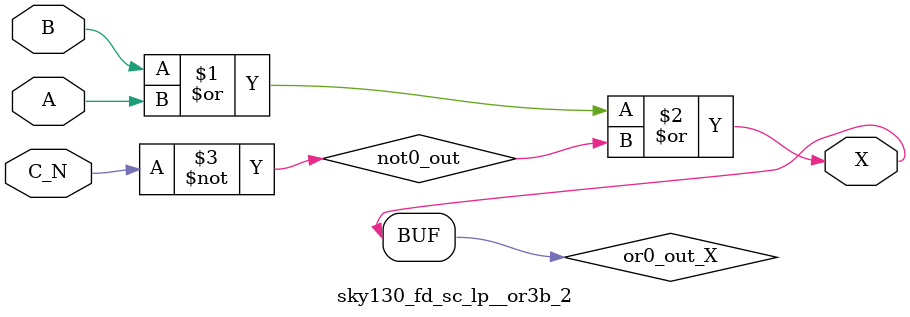
<source format=v>
/*
 * Copyright 2020 The SkyWater PDK Authors
 *
 * Licensed under the Apache License, Version 2.0 (the "License");
 * you may not use this file except in compliance with the License.
 * You may obtain a copy of the License at
 *
 *     https://www.apache.org/licenses/LICENSE-2.0
 *
 * Unless required by applicable law or agreed to in writing, software
 * distributed under the License is distributed on an "AS IS" BASIS,
 * WITHOUT WARRANTIES OR CONDITIONS OF ANY KIND, either express or implied.
 * See the License for the specific language governing permissions and
 * limitations under the License.
 *
 * SPDX-License-Identifier: Apache-2.0
*/


`ifndef SKY130_FD_SC_LP__OR3B_2_FUNCTIONAL_V
`define SKY130_FD_SC_LP__OR3B_2_FUNCTIONAL_V

/**
 * or3b: 3-input OR, first input inverted.
 *
 * Verilog simulation functional model.
 */

`timescale 1ns / 1ps
`default_nettype none

`celldefine
module sky130_fd_sc_lp__or3b_2 (
    X  ,
    A  ,
    B  ,
    C_N
);

    // Module ports
    output X  ;
    input  A  ;
    input  B  ;
    input  C_N;

    // Local signals
    wire not0_out ;
    wire or0_out_X;

    //  Name  Output     Other arguments
    not not0 (not0_out , C_N            );
    or  or0  (or0_out_X, B, A, not0_out );
    buf buf0 (X        , or0_out_X      );

endmodule
`endcelldefine

`default_nettype wire
`endif  // SKY130_FD_SC_LP__OR3B_2_FUNCTIONAL_V

</source>
